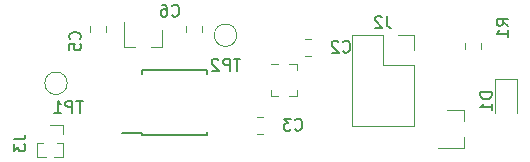
<source format=gbr>
G04 #@! TF.GenerationSoftware,KiCad,Pcbnew,(5.0.2)-1*
G04 #@! TF.CreationDate,2019-09-14T00:07:01-04:00*
G04 #@! TF.ProjectId,TARC Altimeter,54415243-2041-46c7-9469-6d657465722e,0.1*
G04 #@! TF.SameCoordinates,Original*
G04 #@! TF.FileFunction,Legend,Bot*
G04 #@! TF.FilePolarity,Positive*
%FSLAX46Y46*%
G04 Gerber Fmt 4.6, Leading zero omitted, Abs format (unit mm)*
G04 Created by KiCad (PCBNEW (5.0.2)-1) date 9/14/2019 12:07:01 AM*
%MOMM*%
%LPD*%
G01*
G04 APERTURE LIST*
%ADD10C,0.120000*%
%ADD11C,0.150000*%
%ADD12C,0.100000*%
G04 APERTURE END LIST*
D10*
G04 #@! TO.C,J3*
X121506000Y-101602000D02*
X120396000Y-101602000D01*
X121506000Y-102362000D02*
X121506000Y-101602000D01*
X119832529Y-103122000D02*
X119286000Y-103122000D01*
X121506000Y-103122000D02*
X120959471Y-103122000D01*
X119286000Y-103122000D02*
X119286000Y-104327000D01*
X121506000Y-103122000D02*
X121506000Y-104327000D01*
X120088470Y-104327000D02*
X119286000Y-104327000D01*
X121506000Y-104327000D02*
X120703530Y-104327000D01*
G04 #@! TO.C,C3*
X137923748Y-102310000D02*
X138446252Y-102310000D01*
X137923748Y-100890000D02*
X138446252Y-100890000D01*
D11*
G04 #@! TO.C,U2*
X128220000Y-102450000D02*
X128220000Y-102245000D01*
X133720000Y-102450000D02*
X133720000Y-102150000D01*
X133720000Y-96940000D02*
X133720000Y-97240000D01*
X128220000Y-96940000D02*
X128220000Y-97240000D01*
X128220000Y-102450000D02*
X133720000Y-102450000D01*
X128220000Y-96940000D02*
X133720000Y-96940000D01*
X128220000Y-102245000D02*
X126470000Y-102245000D01*
D10*
G04 #@! TO.C,C2*
X141987748Y-95706000D02*
X142510252Y-95706000D01*
X141987748Y-94286000D02*
X142510252Y-94286000D01*
G04 #@! TO.C,C5*
X125170000Y-93724252D02*
X125170000Y-93201748D01*
X123750000Y-93724252D02*
X123750000Y-93201748D01*
G04 #@! TO.C,C6*
X131878000Y-93742252D02*
X131878000Y-93219748D01*
X133298000Y-93742252D02*
X133298000Y-93219748D01*
G04 #@! TO.C,Q1*
X155430000Y-100340000D02*
X155430000Y-101270000D01*
X155430000Y-103500000D02*
X155430000Y-102570000D01*
X155430000Y-103500000D02*
X153270000Y-103500000D01*
X155430000Y-100340000D02*
X153970000Y-100340000D01*
G04 #@! TO.C,R1*
X155500000Y-94598748D02*
X155500000Y-95121252D01*
X156920000Y-94598748D02*
X156920000Y-95121252D01*
G04 #@! TO.C,TP1*
X121854000Y-98044000D02*
G75*
G03X121854000Y-98044000I-950000J0D01*
G01*
G04 #@! TO.C,TP2*
X136205000Y-93980000D02*
G75*
G03X136205000Y-93980000I-950000J0D01*
G01*
G04 #@! TO.C,U3*
X129850000Y-95010000D02*
X128920000Y-95010000D01*
X126690000Y-95010000D02*
X127620000Y-95010000D01*
X126690000Y-95010000D02*
X126690000Y-92850000D01*
X129850000Y-95010000D02*
X129850000Y-93550000D01*
D12*
G04 #@! TO.C,U4*
X141270000Y-96440000D02*
X141270000Y-96920000D01*
X141270000Y-98660000D02*
X141270000Y-99140000D01*
X141270000Y-99140000D02*
X140630000Y-99140000D01*
X141270000Y-96440000D02*
X140630000Y-96440000D01*
X139710000Y-99140000D02*
X139070000Y-99140000D01*
X139070000Y-98660000D02*
X139070000Y-99140000D01*
X139710000Y-96440000D02*
X139070000Y-96440000D01*
D10*
G04 #@! TO.C,D1*
X158044000Y-100559000D02*
X158044000Y-97699000D01*
X158044000Y-97699000D02*
X159964000Y-97699000D01*
X159964000Y-97699000D02*
X159964000Y-100559000D01*
G04 #@! TO.C,J2*
X151190000Y-101660000D02*
X145990000Y-101660000D01*
X151190000Y-96520000D02*
X151190000Y-101660000D01*
X145990000Y-93920000D02*
X145990000Y-101660000D01*
X151190000Y-96520000D02*
X148590000Y-96520000D01*
X148590000Y-96520000D02*
X148590000Y-93920000D01*
X148590000Y-93920000D02*
X145990000Y-93920000D01*
X151190000Y-95250000D02*
X151190000Y-93920000D01*
X151190000Y-93920000D02*
X149860000Y-93920000D01*
G04 #@! TO.C,J3*
D11*
X117308380Y-102790666D02*
X118022666Y-102790666D01*
X118165523Y-102743047D01*
X118260761Y-102647809D01*
X118308380Y-102504952D01*
X118308380Y-102409714D01*
X117308380Y-103171619D02*
X117308380Y-103790666D01*
X117689333Y-103457333D01*
X117689333Y-103600190D01*
X117736952Y-103695428D01*
X117784571Y-103743047D01*
X117879809Y-103790666D01*
X118117904Y-103790666D01*
X118213142Y-103743047D01*
X118260761Y-103695428D01*
X118308380Y-103600190D01*
X118308380Y-103314476D01*
X118260761Y-103219238D01*
X118213142Y-103171619D01*
G04 #@! TO.C,C3*
X141136666Y-101957142D02*
X141184285Y-102004761D01*
X141327142Y-102052380D01*
X141422380Y-102052380D01*
X141565238Y-102004761D01*
X141660476Y-101909523D01*
X141708095Y-101814285D01*
X141755714Y-101623809D01*
X141755714Y-101480952D01*
X141708095Y-101290476D01*
X141660476Y-101195238D01*
X141565238Y-101100000D01*
X141422380Y-101052380D01*
X141327142Y-101052380D01*
X141184285Y-101100000D01*
X141136666Y-101147619D01*
X140803333Y-101052380D02*
X140184285Y-101052380D01*
X140517619Y-101433333D01*
X140374761Y-101433333D01*
X140279523Y-101480952D01*
X140231904Y-101528571D01*
X140184285Y-101623809D01*
X140184285Y-101861904D01*
X140231904Y-101957142D01*
X140279523Y-102004761D01*
X140374761Y-102052380D01*
X140660476Y-102052380D01*
X140755714Y-102004761D01*
X140803333Y-101957142D01*
G04 #@! TO.C,C2*
X145200666Y-95353142D02*
X145248285Y-95400761D01*
X145391142Y-95448380D01*
X145486380Y-95448380D01*
X145629238Y-95400761D01*
X145724476Y-95305523D01*
X145772095Y-95210285D01*
X145819714Y-95019809D01*
X145819714Y-94876952D01*
X145772095Y-94686476D01*
X145724476Y-94591238D01*
X145629238Y-94496000D01*
X145486380Y-94448380D01*
X145391142Y-94448380D01*
X145248285Y-94496000D01*
X145200666Y-94543619D01*
X144819714Y-94543619D02*
X144772095Y-94496000D01*
X144676857Y-94448380D01*
X144438761Y-94448380D01*
X144343523Y-94496000D01*
X144295904Y-94543619D01*
X144248285Y-94638857D01*
X144248285Y-94734095D01*
X144295904Y-94876952D01*
X144867333Y-95448380D01*
X144248285Y-95448380D01*
G04 #@! TO.C,C5*
X122912142Y-94321333D02*
X122959761Y-94273714D01*
X123007380Y-94130857D01*
X123007380Y-94035619D01*
X122959761Y-93892761D01*
X122864523Y-93797523D01*
X122769285Y-93749904D01*
X122578809Y-93702285D01*
X122435952Y-93702285D01*
X122245476Y-93749904D01*
X122150238Y-93797523D01*
X122055000Y-93892761D01*
X122007380Y-94035619D01*
X122007380Y-94130857D01*
X122055000Y-94273714D01*
X122102619Y-94321333D01*
X122007380Y-95226095D02*
X122007380Y-94749904D01*
X122483571Y-94702285D01*
X122435952Y-94749904D01*
X122388333Y-94845142D01*
X122388333Y-95083238D01*
X122435952Y-95178476D01*
X122483571Y-95226095D01*
X122578809Y-95273714D01*
X122816904Y-95273714D01*
X122912142Y-95226095D01*
X122959761Y-95178476D01*
X123007380Y-95083238D01*
X123007380Y-94845142D01*
X122959761Y-94749904D01*
X122912142Y-94702285D01*
G04 #@! TO.C,C6*
X130722666Y-92305142D02*
X130770285Y-92352761D01*
X130913142Y-92400380D01*
X131008380Y-92400380D01*
X131151238Y-92352761D01*
X131246476Y-92257523D01*
X131294095Y-92162285D01*
X131341714Y-91971809D01*
X131341714Y-91828952D01*
X131294095Y-91638476D01*
X131246476Y-91543238D01*
X131151238Y-91448000D01*
X131008380Y-91400380D01*
X130913142Y-91400380D01*
X130770285Y-91448000D01*
X130722666Y-91495619D01*
X129865523Y-91400380D02*
X130056000Y-91400380D01*
X130151238Y-91448000D01*
X130198857Y-91495619D01*
X130294095Y-91638476D01*
X130341714Y-91828952D01*
X130341714Y-92209904D01*
X130294095Y-92305142D01*
X130246476Y-92352761D01*
X130151238Y-92400380D01*
X129960761Y-92400380D01*
X129865523Y-92352761D01*
X129817904Y-92305142D01*
X129770285Y-92209904D01*
X129770285Y-91971809D01*
X129817904Y-91876571D01*
X129865523Y-91828952D01*
X129960761Y-91781333D01*
X130151238Y-91781333D01*
X130246476Y-91828952D01*
X130294095Y-91876571D01*
X130341714Y-91971809D01*
G04 #@! TO.C,R1*
X159202380Y-93178333D02*
X158726190Y-92845000D01*
X159202380Y-92606904D02*
X158202380Y-92606904D01*
X158202380Y-92987857D01*
X158250000Y-93083095D01*
X158297619Y-93130714D01*
X158392857Y-93178333D01*
X158535714Y-93178333D01*
X158630952Y-93130714D01*
X158678571Y-93083095D01*
X158726190Y-92987857D01*
X158726190Y-92606904D01*
X159202380Y-94130714D02*
X159202380Y-93559285D01*
X159202380Y-93845000D02*
X158202380Y-93845000D01*
X158345238Y-93749761D01*
X158440476Y-93654523D01*
X158488095Y-93559285D01*
G04 #@! TO.C,TP1*
X123181904Y-99528380D02*
X122610476Y-99528380D01*
X122896190Y-100528380D02*
X122896190Y-99528380D01*
X122277142Y-100528380D02*
X122277142Y-99528380D01*
X121896190Y-99528380D01*
X121800952Y-99576000D01*
X121753333Y-99623619D01*
X121705714Y-99718857D01*
X121705714Y-99861714D01*
X121753333Y-99956952D01*
X121800952Y-100004571D01*
X121896190Y-100052190D01*
X122277142Y-100052190D01*
X120753333Y-100528380D02*
X121324761Y-100528380D01*
X121039047Y-100528380D02*
X121039047Y-99528380D01*
X121134285Y-99671238D01*
X121229523Y-99766476D01*
X121324761Y-99814095D01*
G04 #@! TO.C,TP2*
X136516904Y-95972380D02*
X135945476Y-95972380D01*
X136231190Y-96972380D02*
X136231190Y-95972380D01*
X135612142Y-96972380D02*
X135612142Y-95972380D01*
X135231190Y-95972380D01*
X135135952Y-96020000D01*
X135088333Y-96067619D01*
X135040714Y-96162857D01*
X135040714Y-96305714D01*
X135088333Y-96400952D01*
X135135952Y-96448571D01*
X135231190Y-96496190D01*
X135612142Y-96496190D01*
X134659761Y-96067619D02*
X134612142Y-96020000D01*
X134516904Y-95972380D01*
X134278809Y-95972380D01*
X134183571Y-96020000D01*
X134135952Y-96067619D01*
X134088333Y-96162857D01*
X134088333Y-96258095D01*
X134135952Y-96400952D01*
X134707380Y-96972380D01*
X134088333Y-96972380D01*
G04 #@! TO.C,D1*
X157806380Y-98820904D02*
X156806380Y-98820904D01*
X156806380Y-99059000D01*
X156854000Y-99201857D01*
X156949238Y-99297095D01*
X157044476Y-99344714D01*
X157234952Y-99392333D01*
X157377809Y-99392333D01*
X157568285Y-99344714D01*
X157663523Y-99297095D01*
X157758761Y-99201857D01*
X157806380Y-99059000D01*
X157806380Y-98820904D01*
X157806380Y-100344714D02*
X157806380Y-99773285D01*
X157806380Y-100059000D02*
X156806380Y-100059000D01*
X156949238Y-99963761D01*
X157044476Y-99868523D01*
X157092095Y-99773285D01*
G04 #@! TO.C,J2*
X148923333Y-92372380D02*
X148923333Y-93086666D01*
X148970952Y-93229523D01*
X149066190Y-93324761D01*
X149209047Y-93372380D01*
X149304285Y-93372380D01*
X148494761Y-92467619D02*
X148447142Y-92420000D01*
X148351904Y-92372380D01*
X148113809Y-92372380D01*
X148018571Y-92420000D01*
X147970952Y-92467619D01*
X147923333Y-92562857D01*
X147923333Y-92658095D01*
X147970952Y-92800952D01*
X148542380Y-93372380D01*
X147923333Y-93372380D01*
G04 #@! TD*
M02*

</source>
